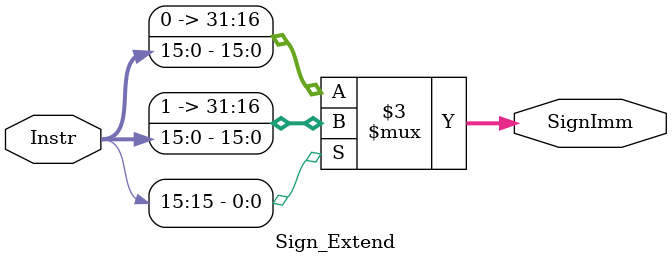
<source format=v>


// File Name: Sign Extend.V

// Description: Sign extension simply copies the sign bit (most significant bit) of a short input (16 bits) 

// into all of the upper bits of the longer output (32 bits).

// Author: Omar Hossam El Din

//----------------------------------------------------------------------

module Sign_Extend #(

//-----------------------------------------------------------------------
//                    Parameters Decleration   
//-----------------------------------------------------------------------

 parameter INSTR_WIDTH   = 16,
 parameter SIGNIMM_DEPTH = 32

)





( 
//-----------------------------------------------------------------------
//                        Port Decleration   
//-----------------------------------------------------------------------
  
  input wire [INSTR_WIDTH-1:0]      Instr,
  
  output reg [SIGNIMM_DEPTH-1:0]    SignImm
  
  );
  
  always@(*)
  
  begin
    
    if(Instr[INSTR_WIDTH-1])
      
      SignImm = {16'b1111_1111_1111_1111 ,Instr};
      
    else
    
      SignImm = {16'b0000_0000_0000_0000 ,Instr};
    
  end
  
  
endmodule
</source>
